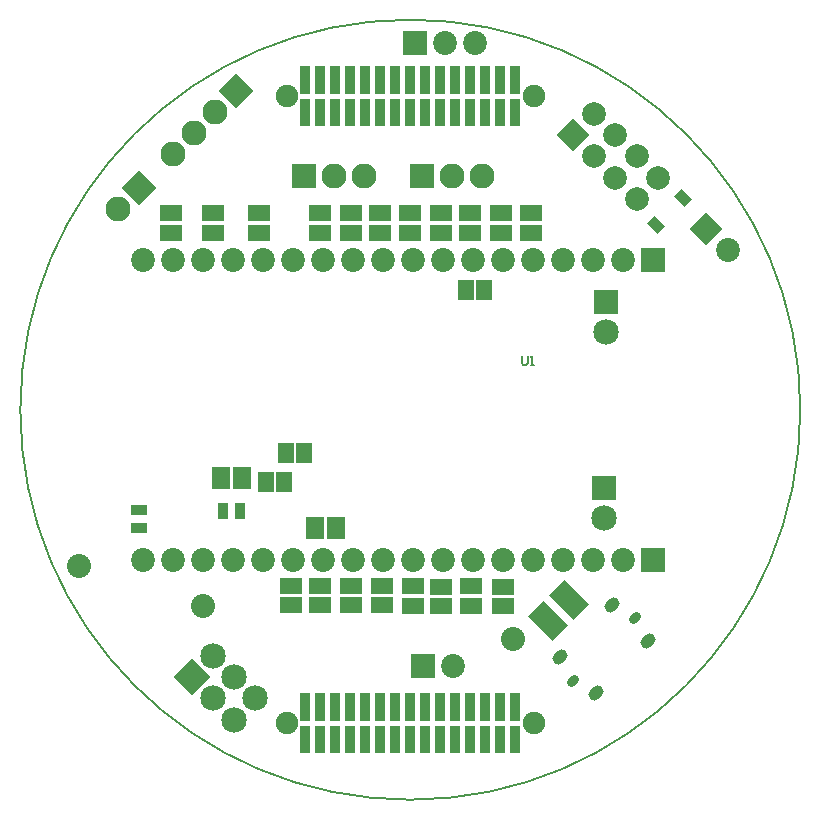
<source format=gbs>
G04*
G04 #@! TF.GenerationSoftware,Altium Limited,Altium Designer,22.3.1 (43)*
G04*
G04 Layer_Color=16711935*
%FSLAX25Y25*%
%MOIN*%
G70*
G04*
G04 #@! TF.SameCoordinates,40EC2BD7-1702-4D78-AAFC-A13D33BD6AE8*
G04*
G04*
G04 #@! TF.FilePolarity,Negative*
G04*
G01*
G75*
%ADD15C,0.00700*%
%ADD16C,0.00500*%
%ADD21R,0.05937X0.07315*%
%ADD25R,0.05543X0.07118*%
%ADD26R,0.03740X0.05315*%
%ADD42C,0.00000*%
%ADD43C,0.08496*%
%ADD44R,0.08496X0.08496*%
%ADD45C,0.08000*%
%ADD46P,0.11737X4X270.0*%
%ADD47C,0.08299*%
%ADD48R,0.08299X0.08299*%
%ADD49C,0.07984*%
%ADD50P,0.11291X4X360.0*%
G04:AMPARAMS|DCode=51|XSize=55.12mil|YSize=39.37mil|CornerRadius=19.68mil|HoleSize=0mil|Usage=FLASHONLY|Rotation=225.000|XOffset=0mil|YOffset=0mil|HoleType=Round|Shape=RoundedRectangle|*
%AMROUNDEDRECTD51*
21,1,0.05512,0.00000,0,0,225.0*
21,1,0.01575,0.03937,0,0,225.0*
1,1,0.03937,-0.00557,-0.00557*
1,1,0.03937,0.00557,0.00557*
1,1,0.03937,0.00557,0.00557*
1,1,0.03937,-0.00557,-0.00557*
%
%ADD51ROUNDEDRECTD51*%
G04:AMPARAMS|DCode=52|XSize=45.28mil|YSize=29.53mil|CornerRadius=14.76mil|HoleSize=0mil|Usage=FLASHONLY|Rotation=225.000|XOffset=0mil|YOffset=0mil|HoleType=Round|Shape=RoundedRectangle|*
%AMROUNDEDRECTD52*
21,1,0.04528,0.00000,0,0,225.0*
21,1,0.01575,0.02953,0,0,225.0*
1,1,0.02953,-0.00557,-0.00557*
1,1,0.02953,0.00557,0.00557*
1,1,0.02953,0.00557,0.00557*
1,1,0.02953,-0.00557,-0.00557*
%
%ADD52ROUNDEDRECTD52*%
%ADD53R,0.07984X0.07984*%
%ADD54P,0.12015X4X360.0*%
%ADD55P,0.11180X4X360.0*%
%ADD56C,0.07906*%
%ADD57C,0.07512*%
G04:AMPARAMS|DCode=92|XSize=36mil|YSize=48mil|CornerRadius=0mil|HoleSize=0mil|Usage=FLASHONLY|Rotation=225.000|XOffset=0mil|YOffset=0mil|HoleType=Round|Shape=Rectangle|*
%AMROTATEDRECTD92*
4,1,4,-0.00424,0.02970,0.02970,-0.00424,0.00424,-0.02970,-0.02970,0.00424,-0.00424,0.02970,0.0*
%
%ADD92ROTATEDRECTD92*%

%ADD96R,0.05315X0.03740*%
%ADD97R,0.07315X0.05347*%
G04:AMPARAMS|DCode=98|XSize=73.15mil|YSize=59.37mil|CornerRadius=0mil|HoleSize=0mil|Usage=FLASHONLY|Rotation=225.000|XOffset=0mil|YOffset=0mil|HoleType=Round|Shape=Rectangle|*
%AMROTATEDRECTD98*
4,1,4,0.00487,0.04685,0.04685,0.00487,-0.00487,-0.04685,-0.04685,-0.00487,0.00487,0.04685,0.0*
%
%ADD98ROTATEDRECTD98*%

G36*
X783057Y339003D02*
X779743D01*
Y348145D01*
X783057D01*
X783057Y339003D01*
D02*
G37*
G36*
X778057D02*
X774743D01*
Y348145D01*
X778057D01*
Y339003D01*
D02*
G37*
G36*
X773058D02*
X769743D01*
X769743Y348145D01*
X773058D01*
X773058Y339003D01*
D02*
G37*
G36*
X768057D02*
X764743D01*
Y348145D01*
X768057D01*
Y339003D01*
D02*
G37*
G36*
X763058D02*
X759743D01*
X759743Y348145D01*
X763058Y348145D01*
Y339003D01*
D02*
G37*
G36*
X758057D02*
X754743D01*
X754743Y348145D01*
X758057Y348145D01*
Y339003D01*
D02*
G37*
G36*
X753057D02*
X749743D01*
Y348145D01*
X753057D01*
X753057Y339003D01*
D02*
G37*
G36*
X748058D02*
X744743D01*
X744743Y348145D01*
X748058D01*
Y339003D01*
D02*
G37*
G36*
X743057D02*
X739743D01*
Y348145D01*
X743057D01*
Y339003D01*
D02*
G37*
G36*
X738058Y348145D02*
X738058Y339003D01*
X734743D01*
Y348145D01*
X738058Y348145D01*
D02*
G37*
G36*
X733057Y339003D02*
X729743D01*
Y348145D01*
X733057D01*
Y339003D01*
D02*
G37*
G36*
X728057D02*
X724743D01*
X724743Y348145D01*
X728057D01*
Y339003D01*
D02*
G37*
G36*
X723058D02*
X719743D01*
Y348145D01*
X723058D01*
Y339003D01*
D02*
G37*
G36*
X718057D02*
X714743D01*
Y348145D01*
X718057D01*
Y339003D01*
D02*
G37*
G36*
X713058D02*
X709743D01*
X709743Y348145D01*
X713058D01*
Y339003D01*
D02*
G37*
G36*
X783057Y337397D02*
X783057Y328255D01*
X779743D01*
Y337397D01*
X783057Y337397D01*
D02*
G37*
G36*
X778057Y328255D02*
X774743D01*
Y337397D01*
X778057D01*
Y328255D01*
D02*
G37*
G36*
X773058D02*
X769743D01*
X769743Y337397D01*
X773058D01*
Y328255D01*
D02*
G37*
G36*
X768057D02*
X764743D01*
Y337397D01*
X768057D01*
Y328255D01*
D02*
G37*
G36*
X763058D02*
X759743D01*
Y337397D01*
X763058D01*
Y328255D01*
D02*
G37*
G36*
X758057D02*
X754743D01*
X754743Y337397D01*
X758057D01*
Y328255D01*
D02*
G37*
G36*
X753057D02*
X749743D01*
Y337397D01*
X753057D01*
Y328255D01*
D02*
G37*
G36*
X748058D02*
X744743D01*
Y337397D01*
X748058D01*
Y328255D01*
D02*
G37*
G36*
X743057D02*
X739743D01*
Y337397D01*
X743057D01*
X743057Y328255D01*
D02*
G37*
G36*
X738058D02*
X734743D01*
Y337397D01*
X738058D01*
X738058Y328255D01*
D02*
G37*
G36*
X733057D02*
X729743D01*
Y337397D01*
X733057D01*
Y328255D01*
D02*
G37*
G36*
X728057Y337397D02*
X728057Y328255D01*
X724743D01*
Y337397D01*
X728057Y337397D01*
D02*
G37*
G36*
X723058Y328255D02*
X719743D01*
Y337397D01*
X723058D01*
Y328255D01*
D02*
G37*
G36*
X718057D02*
X714743D01*
Y337397D01*
X718057Y337397D01*
Y328255D01*
D02*
G37*
G36*
X713058D02*
X709743D01*
X709743Y337397D01*
X713058Y337397D01*
Y328255D01*
D02*
G37*
G36*
X773058Y548003D02*
X769743D01*
Y557145D01*
X773058D01*
Y548003D01*
D02*
G37*
G36*
X763058D02*
X759743D01*
Y557145D01*
X763058D01*
Y548003D01*
D02*
G37*
G36*
X758057D02*
X754743D01*
X754743Y557145D01*
X758057D01*
Y548003D01*
D02*
G37*
G36*
X748058D02*
X744743D01*
Y557145D01*
X748058D01*
Y548003D01*
D02*
G37*
G36*
X738058D02*
X734743D01*
Y557145D01*
X738058D01*
X738058Y548003D01*
D02*
G37*
G36*
X733057D02*
X729743D01*
Y557145D01*
X733057D01*
Y548003D01*
D02*
G37*
G36*
X723058D02*
X719743D01*
Y557145D01*
X723058D01*
Y548003D01*
D02*
G37*
G36*
X783057D02*
X779743Y548003D01*
Y557145D01*
X783057D01*
X783057Y548003D01*
D02*
G37*
G36*
X778057Y548003D02*
X774743D01*
Y557145D01*
X778057D01*
Y548003D01*
D02*
G37*
G36*
X768057D02*
X764743Y548003D01*
X764743Y557145D01*
X768057D01*
Y548003D01*
D02*
G37*
G36*
X753057D02*
X749743D01*
Y557145D01*
X753057D01*
Y548003D01*
D02*
G37*
G36*
X743057D02*
X739743D01*
X739743Y557145D01*
X743057D01*
Y548003D01*
D02*
G37*
G36*
X728057D02*
X724743D01*
Y557145D01*
X728057D01*
Y548003D01*
D02*
G37*
G36*
X718057D02*
X714743D01*
Y557145D01*
X718057D01*
Y548003D01*
D02*
G37*
G36*
X713058D02*
X709743Y548003D01*
Y557145D01*
X713058D01*
Y548003D01*
D02*
G37*
G36*
X783057Y537255D02*
X779743D01*
Y546397D01*
X783057D01*
X783057Y537255D01*
D02*
G37*
G36*
X778057D02*
X774743D01*
Y546397D01*
X778057D01*
Y537255D01*
D02*
G37*
G36*
X768057D02*
X764743D01*
Y546397D01*
X768057D01*
Y537255D01*
D02*
G37*
G36*
X753057D02*
X749743D01*
Y546397D01*
X753057D01*
Y537255D01*
D02*
G37*
G36*
X743057D02*
X739743D01*
Y546397D01*
X743057D01*
Y537255D01*
D02*
G37*
G36*
X728057D02*
X724743D01*
Y546397D01*
X728057D01*
Y537255D01*
D02*
G37*
G36*
X723058D02*
X719743D01*
X719743Y546397D01*
X723058D01*
X723058Y537255D01*
D02*
G37*
G36*
X718057D02*
X714743D01*
Y546397D01*
X718057D01*
Y537255D01*
D02*
G37*
G36*
X713058D02*
X709743D01*
Y546397D01*
X713058D01*
Y537255D01*
D02*
G37*
G36*
X773058Y537255D02*
X769743D01*
Y546397D01*
X773058D01*
Y537255D01*
D02*
G37*
G36*
X763058D02*
X759743D01*
Y546397D01*
X763058D01*
Y537255D01*
D02*
G37*
G36*
X758057D02*
X754743Y537255D01*
X754743Y546397D01*
X758057D01*
Y537255D01*
D02*
G37*
G36*
X748058Y537255D02*
X744743Y537255D01*
Y546397D01*
X748058D01*
X748058Y537255D01*
D02*
G37*
G36*
X738058D02*
X734743Y537255D01*
Y546397D01*
X738058D01*
X738058Y537255D01*
D02*
G37*
G36*
X733057Y537255D02*
X729743D01*
Y546397D01*
X733057D01*
Y537255D01*
D02*
G37*
D15*
X783510Y460624D02*
Y458125D01*
X784010Y457625D01*
X785009D01*
X785509Y458125D01*
Y460624D01*
X786509Y457625D02*
X787509D01*
X787009D01*
Y460624D01*
X786509Y460124D01*
D16*
X876400Y442700D02*
G03*
X876400Y442700I-130000J0D01*
G01*
D21*
X690248Y419800D02*
D03*
X683162D02*
D03*
X721601Y403400D02*
D03*
X714514D02*
D03*
D25*
X771045Y482738D02*
D03*
X764943D02*
D03*
X705019Y428293D02*
D03*
X711121D02*
D03*
X698366Y418694D02*
D03*
X704468D02*
D03*
D26*
X689792Y408841D02*
D03*
X683886D02*
D03*
D42*
X790609Y338200D02*
G03*
X790609Y338200I-2957J0D01*
G01*
X708105Y338200D02*
G03*
X708105Y338200I-2957J0D01*
G01*
Y547200D02*
G03*
X708105Y547200I-2957J0D01*
G01*
X790609D02*
G03*
X790609Y547200I-2957J0D01*
G01*
D43*
X811769Y468480D02*
D03*
X810852Y406640D02*
D03*
X694722Y346487D02*
D03*
X687650Y353558D02*
D03*
Y339416D02*
D03*
X680579Y346487D02*
D03*
Y360630D02*
D03*
D44*
X811769Y478480D02*
D03*
X810852Y416640D02*
D03*
D45*
X636100Y390600D02*
D03*
X677400Y377285D02*
D03*
X780646Y366174D02*
D03*
D46*
X656030Y516548D02*
D03*
X688400Y549100D02*
D03*
D47*
X648959Y509477D02*
D03*
X770197Y520495D02*
D03*
X760197D02*
D03*
X720932Y520481D02*
D03*
X730932D02*
D03*
X681329Y542029D02*
D03*
X674258Y534958D02*
D03*
X667187Y527887D02*
D03*
D48*
X750197Y520495D02*
D03*
X710932Y520481D02*
D03*
D49*
X697400Y392700D02*
D03*
X852171Y495929D02*
D03*
X667400Y392700D02*
D03*
X758057Y565000D02*
D03*
X768057D02*
D03*
X687400Y392700D02*
D03*
X707400D02*
D03*
X727400D02*
D03*
X747400D02*
D03*
X757400D02*
D03*
X777400D02*
D03*
X787400D02*
D03*
X797400D02*
D03*
X817400D02*
D03*
X807400D02*
D03*
X767400D02*
D03*
X737400D02*
D03*
X717400D02*
D03*
X677400D02*
D03*
X657400D02*
D03*
X760660Y357279D02*
D03*
X657400Y492700D02*
D03*
X667400D02*
D03*
X677400D02*
D03*
X717400D02*
D03*
X737400D02*
D03*
X767400D02*
D03*
X807400D02*
D03*
X817400D02*
D03*
X797400D02*
D03*
X787400D02*
D03*
X777400D02*
D03*
X757400D02*
D03*
X747400D02*
D03*
X727400D02*
D03*
X707400D02*
D03*
X697400D02*
D03*
X687400D02*
D03*
D50*
X845100Y503000D02*
D03*
D51*
X825545Y365506D02*
D03*
X813575Y377477D02*
D03*
X808285Y348246D02*
D03*
X796315Y360216D02*
D03*
D52*
X821370Y373301D02*
D03*
X800490Y352422D02*
D03*
D53*
X748058Y565000D02*
D03*
X827400Y392700D02*
D03*
X750660Y357279D02*
D03*
X827400Y492700D02*
D03*
D54*
X673508Y353558D02*
D03*
D55*
X800626Y534199D02*
D03*
D56*
X807697Y541270D02*
D03*
Y527128D02*
D03*
X814769Y534199D02*
D03*
Y520057D02*
D03*
X821840Y512986D02*
D03*
Y527128D02*
D03*
X828911Y520057D02*
D03*
D57*
X787652Y338200D02*
D03*
X705148Y338200D02*
D03*
Y547200D02*
D03*
X787652D02*
D03*
D92*
X828211Y504221D02*
D03*
X837333Y513343D02*
D03*
D96*
X655825Y403400D02*
D03*
Y409306D02*
D03*
D97*
X786617Y508154D02*
D03*
X756700Y508154D02*
D03*
X777299Y377200D02*
D03*
X680701Y508154D02*
D03*
X746400Y501691D02*
D03*
Y508187D02*
D03*
X756601Y383696D02*
D03*
Y377200D02*
D03*
X716215Y508154D02*
D03*
Y501658D02*
D03*
X736399Y508154D02*
D03*
Y501658D02*
D03*
X680701D02*
D03*
X737093Y383969D02*
D03*
Y377473D02*
D03*
X666646Y508154D02*
D03*
Y501658D02*
D03*
X716464Y383969D02*
D03*
Y377473D02*
D03*
X766400Y508161D02*
D03*
Y501665D02*
D03*
X696132Y508154D02*
D03*
Y501658D02*
D03*
X756700Y501658D02*
D03*
X706752Y383969D02*
D03*
Y377473D02*
D03*
X776503Y508154D02*
D03*
Y501658D02*
D03*
X786617D02*
D03*
X777299Y383696D02*
D03*
X747355Y383883D02*
D03*
Y377387D02*
D03*
X766644Y383884D02*
D03*
Y377387D02*
D03*
X726751Y383969D02*
D03*
Y377473D02*
D03*
X726556Y508154D02*
D03*
Y501658D02*
D03*
D98*
X790228Y374387D02*
D03*
X794404Y370211D02*
D03*
X797249Y381407D02*
D03*
X801425Y377232D02*
D03*
M02*

</source>
